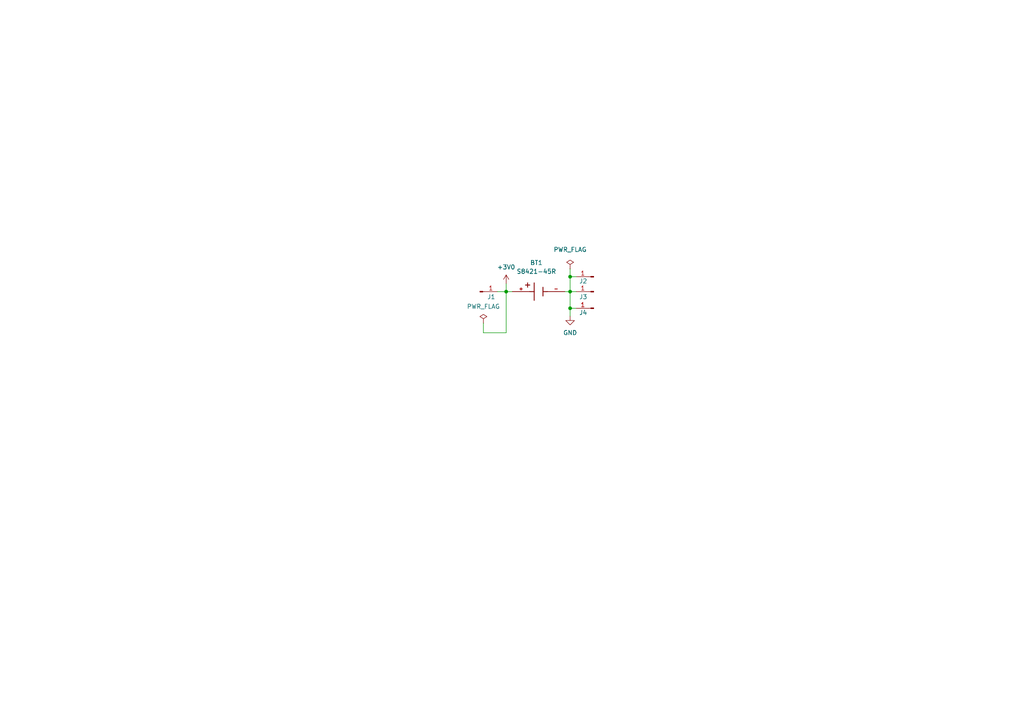
<source format=kicad_sch>
(kicad_sch (version 20211123) (generator eeschema)

  (uuid e63e39d7-6ac0-4ffd-8aa3-1841a4541b55)

  (paper "A4")

  (lib_symbols
    (symbol "Connector:Conn_01x01_Male" (pin_names (offset 1.016) hide) (in_bom yes) (on_board yes)
      (property "Reference" "J" (id 0) (at 0 2.54 0)
        (effects (font (size 1.27 1.27)))
      )
      (property "Value" "Conn_01x01_Male" (id 1) (at 0 -2.54 0)
        (effects (font (size 1.27 1.27)))
      )
      (property "Footprint" "" (id 2) (at 0 0 0)
        (effects (font (size 1.27 1.27)) hide)
      )
      (property "Datasheet" "~" (id 3) (at 0 0 0)
        (effects (font (size 1.27 1.27)) hide)
      )
      (property "ki_keywords" "connector" (id 4) (at 0 0 0)
        (effects (font (size 1.27 1.27)) hide)
      )
      (property "ki_description" "Generic connector, single row, 01x01, script generated (kicad-library-utils/schlib/autogen/connector/)" (id 5) (at 0 0 0)
        (effects (font (size 1.27 1.27)) hide)
      )
      (property "ki_fp_filters" "Connector*:*" (id 6) (at 0 0 0)
        (effects (font (size 1.27 1.27)) hide)
      )
      (symbol "Conn_01x01_Male_1_1"
        (polyline
          (pts
            (xy 1.27 0)
            (xy 0.8636 0)
          )
          (stroke (width 0.1524) (type default) (color 0 0 0 0))
          (fill (type none))
        )
        (rectangle (start 0.8636 0.127) (end 0 -0.127)
          (stroke (width 0.1524) (type default) (color 0 0 0 0))
          (fill (type outline))
        )
        (pin passive line (at 5.08 0 180) (length 3.81)
          (name "Pin_1" (effects (font (size 1.27 1.27))))
          (number "1" (effects (font (size 1.27 1.27))))
        )
      )
    )
    (symbol "S8421-45R:S8421-45R" (pin_names (offset 1.016) hide) (in_bom yes) (on_board yes)
      (property "Reference" "BT" (id 0) (at -3.81 3.81 0)
        (effects (font (size 1.27 1.27)) (justify left bottom))
      )
      (property "Value" "S8421-45R" (id 1) (at -3.81 -5.08 0)
        (effects (font (size 1.27 1.27)) (justify left bottom))
      )
      (property "Footprint" "BAT_S8421-45R" (id 2) (at 0 0 0)
        (effects (font (size 1.27 1.27)) (justify left bottom) hide)
      )
      (property "Datasheet" "" (id 3) (at 0 0 0)
        (effects (font (size 1.27 1.27)) (justify left bottom) hide)
      )
      (property "MANUFACTURER" "Harwin" (id 4) (at 0 0 0)
        (effects (font (size 1.27 1.27)) (justify left bottom) hide)
      )
      (property "MAXIMUM_PACKAGE_HIEGHT" "5.3mm" (id 5) (at 0 0 0)
        (effects (font (size 1.27 1.27)) (justify left bottom) hide)
      )
      (property "PARTREV" "5" (id 6) (at 0 0 0)
        (effects (font (size 1.27 1.27)) (justify left bottom) hide)
      )
      (property "STANDARD" "Manufacturer Recommendations" (id 7) (at 0 0 0)
        (effects (font (size 1.27 1.27)) (justify left bottom) hide)
      )
      (property "ki_locked" "" (id 8) (at 0 0 0)
        (effects (font (size 1.27 1.27)))
      )
      (symbol "S8421-45R_0_0"
        (polyline
          (pts
            (xy -3.81 1.905)
            (xy -2.54 1.905)
          )
          (stroke (width 0.254) (type default) (color 0 0 0 0))
          (fill (type none))
        )
        (polyline
          (pts
            (xy -3.175 2.54)
            (xy -3.175 1.27)
          )
          (stroke (width 0.254) (type default) (color 0 0 0 0))
          (fill (type none))
        )
        (polyline
          (pts
            (xy -1.27 0)
            (xy -2.54 0)
          )
          (stroke (width 0.254) (type default) (color 0 0 0 0))
          (fill (type none))
        )
        (polyline
          (pts
            (xy -1.27 0)
            (xy -1.27 -2.54)
          )
          (stroke (width 0.254) (type default) (color 0 0 0 0))
          (fill (type none))
        )
        (polyline
          (pts
            (xy -1.27 2.54)
            (xy -1.27 0)
          )
          (stroke (width 0.254) (type default) (color 0 0 0 0))
          (fill (type none))
        )
        (polyline
          (pts
            (xy 1.27 0)
            (xy 1.27 -1.27)
          )
          (stroke (width 0.254) (type default) (color 0 0 0 0))
          (fill (type none))
        )
        (polyline
          (pts
            (xy 1.27 0)
            (xy 2.54 0)
          )
          (stroke (width 0.254) (type default) (color 0 0 0 0))
          (fill (type none))
        )
        (polyline
          (pts
            (xy 1.27 1.27)
            (xy 1.27 0)
          )
          (stroke (width 0.254) (type default) (color 0 0 0 0))
          (fill (type none))
        )
        (pin passive line (at -7.62 0 0) (length 5.08)
          (name "~" (effects (font (size 1.016 1.016))))
          (number "+" (effects (font (size 1.016 1.016))))
        )
        (pin passive line (at 7.62 0 180) (length 5.08)
          (name "~" (effects (font (size 1.016 1.016))))
          (number "-" (effects (font (size 1.016 1.016))))
        )
      )
    )
    (symbol "power:+3V0" (power) (pin_names (offset 0)) (in_bom yes) (on_board yes)
      (property "Reference" "#PWR" (id 0) (at 0 -3.81 0)
        (effects (font (size 1.27 1.27)) hide)
      )
      (property "Value" "+3V0" (id 1) (at 0 3.556 0)
        (effects (font (size 1.27 1.27)))
      )
      (property "Footprint" "" (id 2) (at 0 0 0)
        (effects (font (size 1.27 1.27)) hide)
      )
      (property "Datasheet" "" (id 3) (at 0 0 0)
        (effects (font (size 1.27 1.27)) hide)
      )
      (property "ki_keywords" "power-flag" (id 4) (at 0 0 0)
        (effects (font (size 1.27 1.27)) hide)
      )
      (property "ki_description" "Power symbol creates a global label with name \"+3V0\"" (id 5) (at 0 0 0)
        (effects (font (size 1.27 1.27)) hide)
      )
      (symbol "+3V0_0_1"
        (polyline
          (pts
            (xy -0.762 1.27)
            (xy 0 2.54)
          )
          (stroke (width 0) (type default) (color 0 0 0 0))
          (fill (type none))
        )
        (polyline
          (pts
            (xy 0 0)
            (xy 0 2.54)
          )
          (stroke (width 0) (type default) (color 0 0 0 0))
          (fill (type none))
        )
        (polyline
          (pts
            (xy 0 2.54)
            (xy 0.762 1.27)
          )
          (stroke (width 0) (type default) (color 0 0 0 0))
          (fill (type none))
        )
      )
      (symbol "+3V0_1_1"
        (pin power_in line (at 0 0 90) (length 0) hide
          (name "+3V0" (effects (font (size 1.27 1.27))))
          (number "1" (effects (font (size 1.27 1.27))))
        )
      )
    )
    (symbol "power:GND" (power) (pin_names (offset 0)) (in_bom yes) (on_board yes)
      (property "Reference" "#PWR" (id 0) (at 0 -6.35 0)
        (effects (font (size 1.27 1.27)) hide)
      )
      (property "Value" "GND" (id 1) (at 0 -3.81 0)
        (effects (font (size 1.27 1.27)))
      )
      (property "Footprint" "" (id 2) (at 0 0 0)
        (effects (font (size 1.27 1.27)) hide)
      )
      (property "Datasheet" "" (id 3) (at 0 0 0)
        (effects (font (size 1.27 1.27)) hide)
      )
      (property "ki_keywords" "power-flag" (id 4) (at 0 0 0)
        (effects (font (size 1.27 1.27)) hide)
      )
      (property "ki_description" "Power symbol creates a global label with name \"GND\" , ground" (id 5) (at 0 0 0)
        (effects (font (size 1.27 1.27)) hide)
      )
      (symbol "GND_0_1"
        (polyline
          (pts
            (xy 0 0)
            (xy 0 -1.27)
            (xy 1.27 -1.27)
            (xy 0 -2.54)
            (xy -1.27 -1.27)
            (xy 0 -1.27)
          )
          (stroke (width 0) (type default) (color 0 0 0 0))
          (fill (type none))
        )
      )
      (symbol "GND_1_1"
        (pin power_in line (at 0 0 270) (length 0) hide
          (name "GND" (effects (font (size 1.27 1.27))))
          (number "1" (effects (font (size 1.27 1.27))))
        )
      )
    )
    (symbol "power:PWR_FLAG" (power) (pin_numbers hide) (pin_names (offset 0) hide) (in_bom yes) (on_board yes)
      (property "Reference" "#FLG" (id 0) (at 0 1.905 0)
        (effects (font (size 1.27 1.27)) hide)
      )
      (property "Value" "PWR_FLAG" (id 1) (at 0 3.81 0)
        (effects (font (size 1.27 1.27)))
      )
      (property "Footprint" "" (id 2) (at 0 0 0)
        (effects (font (size 1.27 1.27)) hide)
      )
      (property "Datasheet" "~" (id 3) (at 0 0 0)
        (effects (font (size 1.27 1.27)) hide)
      )
      (property "ki_keywords" "power-flag" (id 4) (at 0 0 0)
        (effects (font (size 1.27 1.27)) hide)
      )
      (property "ki_description" "Special symbol for telling ERC where power comes from" (id 5) (at 0 0 0)
        (effects (font (size 1.27 1.27)) hide)
      )
      (symbol "PWR_FLAG_0_0"
        (pin power_out line (at 0 0 90) (length 0)
          (name "pwr" (effects (font (size 1.27 1.27))))
          (number "1" (effects (font (size 1.27 1.27))))
        )
      )
      (symbol "PWR_FLAG_0_1"
        (polyline
          (pts
            (xy 0 0)
            (xy 0 1.27)
            (xy -1.016 1.905)
            (xy 0 2.54)
            (xy 1.016 1.905)
            (xy 0 1.27)
          )
          (stroke (width 0) (type default) (color 0 0 0 0))
          (fill (type none))
        )
      )
    )
  )

  (junction (at 165.354 80.264) (diameter 0) (color 0 0 0 0)
    (uuid 1cb04a09-2170-4553-aa97-cddc7ca5b52d)
  )
  (junction (at 165.354 84.582) (diameter 0) (color 0 0 0 0)
    (uuid 828a480f-d7d7-4087-a7a0-eb59a2edcd1e)
  )
  (junction (at 165.354 89.408) (diameter 0) (color 0 0 0 0)
    (uuid b709506b-3ca4-48f1-8850-55727bf6fa42)
  )
  (junction (at 146.812 84.582) (diameter 0) (color 0 0 0 0)
    (uuid e66cedcf-551d-4b6e-9acc-9fb35c9ffd51)
  )

  (wire (pts (xy 146.812 84.582) (xy 148.59 84.582))
    (stroke (width 0) (type default) (color 0 0 0 0))
    (uuid 17a36161-8793-4ae3-9bc8-5e2a903bb378)
  )
  (wire (pts (xy 146.812 82.296) (xy 146.812 84.582))
    (stroke (width 0) (type default) (color 0 0 0 0))
    (uuid 3df6b2f6-eee2-4070-9548-cc202b1f14b3)
  )
  (wire (pts (xy 146.812 96.52) (xy 140.208 96.52))
    (stroke (width 0) (type default) (color 0 0 0 0))
    (uuid 4c1a79f0-6b5d-45e4-8e71-196f0d87c8d2)
  )
  (wire (pts (xy 165.354 84.582) (xy 167.132 84.582))
    (stroke (width 0) (type default) (color 0 0 0 0))
    (uuid 5be68be9-6a76-4a35-a1dd-f0fd8f3236cf)
  )
  (wire (pts (xy 140.208 93.726) (xy 140.208 96.52))
    (stroke (width 0) (type default) (color 0 0 0 0))
    (uuid 75763523-10d9-49b5-930b-f8cb69734bc2)
  )
  (wire (pts (xy 163.83 84.582) (xy 165.354 84.582))
    (stroke (width 0) (type default) (color 0 0 0 0))
    (uuid 86ae7ed3-6c82-48fa-8bda-47e64f96675d)
  )
  (wire (pts (xy 146.812 84.582) (xy 146.812 96.52))
    (stroke (width 0) (type default) (color 0 0 0 0))
    (uuid 8715597d-1681-42ab-bb44-542788cb5b43)
  )
  (wire (pts (xy 165.354 89.408) (xy 165.354 84.582))
    (stroke (width 0) (type default) (color 0 0 0 0))
    (uuid 8e0c19f6-4d37-4903-8829-8d8ac5e052c3)
  )
  (wire (pts (xy 167.132 89.408) (xy 165.354 89.408))
    (stroke (width 0) (type default) (color 0 0 0 0))
    (uuid 93208497-deea-4531-b061-ad376358d72c)
  )
  (wire (pts (xy 144.272 84.582) (xy 146.812 84.582))
    (stroke (width 0) (type default) (color 0 0 0 0))
    (uuid 9ae36fdf-b954-4b4f-9036-34b545920874)
  )
  (wire (pts (xy 165.354 80.264) (xy 165.354 84.582))
    (stroke (width 0) (type default) (color 0 0 0 0))
    (uuid a627b380-3aa3-46c8-b761-7713267f6ea6)
  )
  (wire (pts (xy 167.132 80.264) (xy 165.354 80.264))
    (stroke (width 0) (type default) (color 0 0 0 0))
    (uuid ab62a765-70c2-4082-a9d1-9acc2b9808c9)
  )
  (wire (pts (xy 165.354 89.408) (xy 165.354 91.694))
    (stroke (width 0) (type default) (color 0 0 0 0))
    (uuid c3ae6756-236d-4e3c-9deb-be0ce3cd8bb4)
  )
  (wire (pts (xy 165.354 77.978) (xy 165.354 80.264))
    (stroke (width 0) (type default) (color 0 0 0 0))
    (uuid ed6cabe3-a32c-4a09-a4dd-4bd9579c1993)
  )

  (symbol (lib_id "power:PWR_FLAG") (at 140.208 93.726 0) (unit 1)
    (in_bom yes) (on_board yes) (fields_autoplaced)
    (uuid 0211136c-5141-4c90-9c3a-dff82452e628)
    (property "Reference" "#FLG0102" (id 0) (at 140.208 91.821 0)
      (effects (font (size 1.27 1.27)) hide)
    )
    (property "Value" "PWR_FLAG" (id 1) (at 140.208 88.9 0))
    (property "Footprint" "" (id 2) (at 140.208 93.726 0)
      (effects (font (size 1.27 1.27)) hide)
    )
    (property "Datasheet" "~" (id 3) (at 140.208 93.726 0)
      (effects (font (size 1.27 1.27)) hide)
    )
    (pin "1" (uuid f5917574-11ad-43dd-b6fe-21e1be3eaa29))
  )

  (symbol (lib_id "Connector:Conn_01x01_Male") (at 172.212 80.264 180) (unit 1)
    (in_bom yes) (on_board yes)
    (uuid 0eae5986-f753-48cc-b8fb-1b487bb5d317)
    (property "Reference" "J2" (id 0) (at 169.164 81.534 0))
    (property "Value" "Conn_01x01_Male" (id 1) (at 171.577 77.216 0)
      (effects (font (size 1.27 1.27)) hide)
    )
    (property "Footprint" "Connector_Pin:Pin_D0.9mm_L10.0mm_W2.4mm_FlatFork" (id 2) (at 172.212 80.264 0)
      (effects (font (size 1.27 1.27)) hide)
    )
    (property "Datasheet" "~" (id 3) (at 172.212 80.264 0)
      (effects (font (size 1.27 1.27)) hide)
    )
    (pin "1" (uuid cf9f5064-23fa-4ff9-854f-f2bfe775d9e8))
  )

  (symbol (lib_id "Connector:Conn_01x01_Male") (at 139.192 84.582 0) (unit 1)
    (in_bom yes) (on_board yes)
    (uuid 2bce8df9-d52b-4e5e-8907-d34362d6eac7)
    (property "Reference" "J1" (id 0) (at 142.494 86.106 0))
    (property "Value" "Conn_01x01_Male" (id 1) (at 139.827 82.296 0)
      (effects (font (size 1.27 1.27)) hide)
    )
    (property "Footprint" "Connector_Pin:Pin_D0.9mm_L10.0mm_W2.4mm_FlatFork" (id 2) (at 139.192 84.582 0)
      (effects (font (size 1.27 1.27)) hide)
    )
    (property "Datasheet" "~" (id 3) (at 139.192 84.582 0)
      (effects (font (size 1.27 1.27)) hide)
    )
    (pin "1" (uuid 69d6b365-b79f-4906-b25e-e498e824c41c))
  )

  (symbol (lib_id "power:PWR_FLAG") (at 165.354 77.978 0) (unit 1)
    (in_bom yes) (on_board yes) (fields_autoplaced)
    (uuid 3c266e62-7c6c-443a-a1e4-22d3ddfd0919)
    (property "Reference" "#FLG0101" (id 0) (at 165.354 76.073 0)
      (effects (font (size 1.27 1.27)) hide)
    )
    (property "Value" "PWR_FLAG" (id 1) (at 165.354 72.39 0))
    (property "Footprint" "" (id 2) (at 165.354 77.978 0)
      (effects (font (size 1.27 1.27)) hide)
    )
    (property "Datasheet" "~" (id 3) (at 165.354 77.978 0)
      (effects (font (size 1.27 1.27)) hide)
    )
    (pin "1" (uuid a625d2bb-f8b3-4648-b13d-de25387674ec))
  )

  (symbol (lib_id "S8421-45R:S8421-45R") (at 156.21 84.582 0) (unit 1)
    (in_bom yes) (on_board yes) (fields_autoplaced)
    (uuid 5c4ed132-f8ae-42d5-868d-fbbb523626c3)
    (property "Reference" "BT1" (id 0) (at 155.575 76.2 0))
    (property "Value" "S8421-45R" (id 1) (at 155.575 78.74 0))
    (property "Footprint" "BAT_S8421-45R" (id 2) (at 156.21 84.582 0)
      (effects (font (size 1.27 1.27)) (justify left bottom) hide)
    )
    (property "Datasheet" "" (id 3) (at 156.21 84.582 0)
      (effects (font (size 1.27 1.27)) (justify left bottom) hide)
    )
    (property "MANUFACTURER" "Harwin" (id 4) (at 156.21 84.582 0)
      (effects (font (size 1.27 1.27)) (justify left bottom) hide)
    )
    (property "MAXIMUM_PACKAGE_HIEGHT" "5.3mm" (id 5) (at 156.21 84.582 0)
      (effects (font (size 1.27 1.27)) (justify left bottom) hide)
    )
    (property "PARTREV" "5" (id 6) (at 156.21 84.582 0)
      (effects (font (size 1.27 1.27)) (justify left bottom) hide)
    )
    (property "STANDARD" "Manufacturer Recommendations" (id 7) (at 156.21 84.582 0)
      (effects (font (size 1.27 1.27)) (justify left bottom) hide)
    )
    (pin "+" (uuid f2ed15ab-6697-4068-aaea-9dc52142fc8f))
    (pin "-" (uuid 9994cf0a-9c55-49ba-94ac-b5bab6b23c9e))
  )

  (symbol (lib_id "power:GND") (at 165.354 91.694 0) (unit 1)
    (in_bom yes) (on_board yes) (fields_autoplaced)
    (uuid 5d3394c1-c45f-425a-b2eb-afd4a39351ff)
    (property "Reference" "#PWR0101" (id 0) (at 165.354 98.044 0)
      (effects (font (size 1.27 1.27)) hide)
    )
    (property "Value" "GND" (id 1) (at 165.354 96.52 0))
    (property "Footprint" "" (id 2) (at 165.354 91.694 0)
      (effects (font (size 1.27 1.27)) hide)
    )
    (property "Datasheet" "" (id 3) (at 165.354 91.694 0)
      (effects (font (size 1.27 1.27)) hide)
    )
    (pin "1" (uuid 48d93d5a-30ab-467b-b9c9-18d5abc37276))
  )

  (symbol (lib_id "Connector:Conn_01x01_Male") (at 172.212 89.408 180) (unit 1)
    (in_bom yes) (on_board yes)
    (uuid bcb637e2-922a-41e5-b65b-f752bc66f50c)
    (property "Reference" "J4" (id 0) (at 169.164 90.678 0))
    (property "Value" "Conn_01x01_Male" (id 1) (at 171.577 86.868 0)
      (effects (font (size 1.27 1.27)) hide)
    )
    (property "Footprint" "Connector_Pin:Pin_D0.9mm_L10.0mm_W2.4mm_FlatFork" (id 2) (at 172.212 89.408 0)
      (effects (font (size 1.27 1.27)) hide)
    )
    (property "Datasheet" "~" (id 3) (at 172.212 89.408 0)
      (effects (font (size 1.27 1.27)) hide)
    )
    (pin "1" (uuid 30e54e6d-c69b-49b3-82f6-b40010225e5c))
  )

  (symbol (lib_id "Connector:Conn_01x01_Male") (at 172.212 84.582 180) (unit 1)
    (in_bom yes) (on_board yes)
    (uuid c3a449b9-db86-4974-9357-42bee3f829df)
    (property "Reference" "J3" (id 0) (at 169.164 86.106 0))
    (property "Value" "Conn_01x01_Male" (id 1) (at 171.577 82.296 0)
      (effects (font (size 1.27 1.27)) hide)
    )
    (property "Footprint" "Connector_Pin:Pin_D0.9mm_L10.0mm_W2.4mm_FlatFork" (id 2) (at 172.212 84.582 0)
      (effects (font (size 1.27 1.27)) hide)
    )
    (property "Datasheet" "~" (id 3) (at 172.212 84.582 0)
      (effects (font (size 1.27 1.27)) hide)
    )
    (pin "1" (uuid c1524112-6a89-419a-91b8-85d6d938a8c0))
  )

  (symbol (lib_id "power:+3V0") (at 146.812 82.296 0) (unit 1)
    (in_bom yes) (on_board yes) (fields_autoplaced)
    (uuid cb2ff936-d01f-4ed3-a5da-0089d3c4dd41)
    (property "Reference" "#PWR0102" (id 0) (at 146.812 86.106 0)
      (effects (font (size 1.27 1.27)) hide)
    )
    (property "Value" "+3V0" (id 1) (at 146.812 77.47 0))
    (property "Footprint" "" (id 2) (at 146.812 82.296 0)
      (effects (font (size 1.27 1.27)) hide)
    )
    (property "Datasheet" "" (id 3) (at 146.812 82.296 0)
      (effects (font (size 1.27 1.27)) hide)
    )
    (pin "1" (uuid 4d9c5bb1-1a0b-4685-9b64-9623bdfa6e36))
  )

  (sheet_instances
    (path "/" (page "1"))
  )

  (symbol_instances
    (path "/3c266e62-7c6c-443a-a1e4-22d3ddfd0919"
      (reference "#FLG0101") (unit 1) (value "PWR_FLAG") (footprint "")
    )
    (path "/0211136c-5141-4c90-9c3a-dff82452e628"
      (reference "#FLG0102") (unit 1) (value "PWR_FLAG") (footprint "")
    )
    (path "/5d3394c1-c45f-425a-b2eb-afd4a39351ff"
      (reference "#PWR0101") (unit 1) (value "GND") (footprint "")
    )
    (path "/cb2ff936-d01f-4ed3-a5da-0089d3c4dd41"
      (reference "#PWR0102") (unit 1) (value "+3V0") (footprint "")
    )
    (path "/5c4ed132-f8ae-42d5-868d-fbbb523626c3"
      (reference "BT1") (unit 1) (value "S8421-45R") (footprint "BAT_S8421-45R")
    )
    (path "/2bce8df9-d52b-4e5e-8907-d34362d6eac7"
      (reference "J1") (unit 1) (value "Conn_01x01_Male") (footprint "Connector_Pin:Pin_D0.9mm_L10.0mm_W2.4mm_FlatFork")
    )
    (path "/0eae5986-f753-48cc-b8fb-1b487bb5d317"
      (reference "J2") (unit 1) (value "Conn_01x01_Male") (footprint "Connector_Pin:Pin_D0.9mm_L10.0mm_W2.4mm_FlatFork")
    )
    (path "/c3a449b9-db86-4974-9357-42bee3f829df"
      (reference "J3") (unit 1) (value "Conn_01x01_Male") (footprint "Connector_Pin:Pin_D0.9mm_L10.0mm_W2.4mm_FlatFork")
    )
    (path "/bcb637e2-922a-41e5-b65b-f752bc66f50c"
      (reference "J4") (unit 1) (value "Conn_01x01_Male") (footprint "Connector_Pin:Pin_D0.9mm_L10.0mm_W2.4mm_FlatFork")
    )
  )
)

</source>
